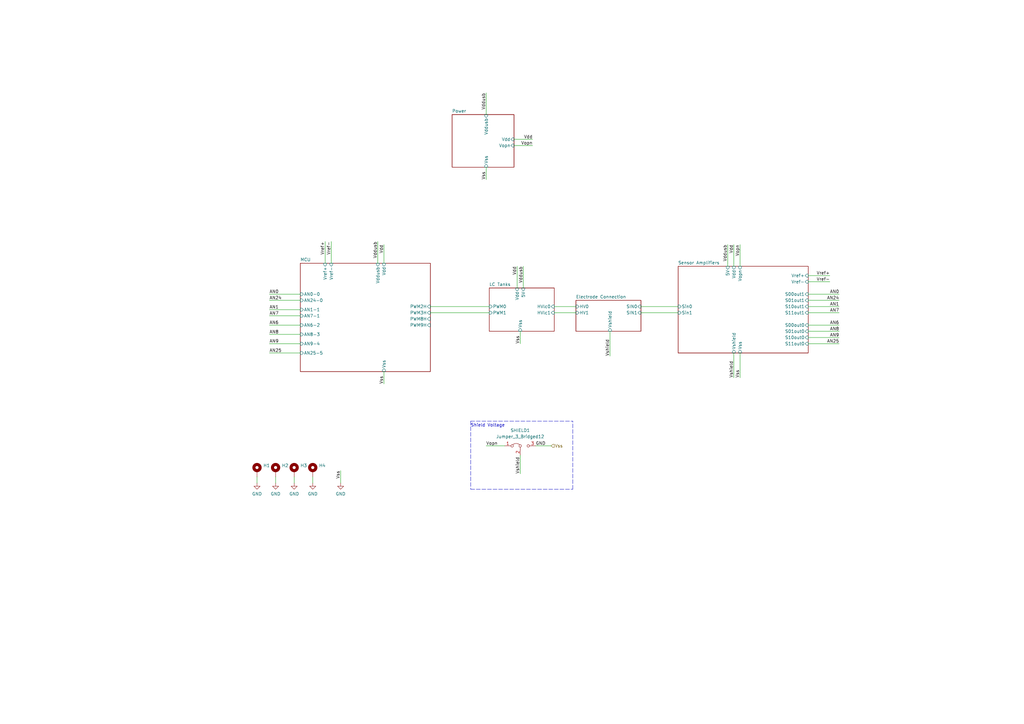
<source format=kicad_sch>
(kicad_sch (version 20211123) (generator eeschema)
  (paper "A3")
  (lib_symbols
    (symbol "Jumper:Jumper_3_Bridged12" (pin_names (offset 0) hide)
      (property "Reference" "JP" (at -2.54 -2.54 0))
      (property "Value" "Jumper_3_Bridged12" (at 0 2.794 0))
      (symbol "Jumper_3_Bridged12_0_0"
        (circle (center -3.302 0) (radius 0.508))
        (circle (center 0 0) (radius 0.508))
        (circle (center 3.302 0) (radius 0.508))
      )
      (symbol "Jumper_3_Bridged12_0_1"
        (arc (start -0.254 0.508) (mid -1.651 0.9912) (end -3.048 0.508))
        (polyline (pts (xy 0 -1.27) (xy 0 -0.508)))
      )
      (symbol "Jumper_3_Bridged12_1_1"
        (pin passive line (at -6.35 0 0) (length 2.54) (name "A") (number "1"))
        (pin passive line (at 0 -3.81 90) (length 2.54) (name "C") (number "2"))
        (pin passive line (at 6.35 0 180) (length 2.54) (name "B") (number "3"))
      )
    )
    (symbol "Mechanical:MountingHole_Pad" (pin_numbers hide) (pin_names (offset 1.016) hide)
      (property "Reference" "H" (at 0 6.35 0))
      (property "Value" "MountingHole_Pad" (at 0 4.445 0))
      (symbol "MountingHole_Pad_0_1"
        (circle (center 0 1.27) (radius 1.27) (stroke (width 1.27)))
      )
      (symbol "MountingHole_Pad_1_1"
        (pin input line (at 0 -2.54 90) (length 2.54) (name "1") (number "1"))
      )
    )
    (symbol "power:GND" (power) (pin_names (offset 0))
      (property "Value" "GND" (at 0 -3.81 0))
      (symbol "GND_0_1"
        (polyline (pts (xy 0 0) (xy 0 -1.27) (xy 1.27 -1.27) (xy 0 -2.54) (xy -1.27 -1.27) (xy 0 -1.27)))
      )
      (symbol "GND_1_1"
        (pin power_in line (at 0 0 270) (length 0) hide (name "GND") (number "1"))
      )
    )
  )
  (polyline (pts (xy 193.04 172.72) (xy 234.95 172.72)))
  (wire (pts (xy 139.7 198.12) (xy 139.7 193.04)))
  (wire (pts (xy 157.48 107.95) (xy 157.48 100.33)))
  (wire (pts (xy 250.19 135.89) (xy 250.19 146.05)))
  (wire (pts (xy 210.82 57.15) (xy 218.44 57.15)))
  (wire (pts (xy 110.49 137.16) (xy 123.19 137.16)))
  (wire (pts (xy 344.17 123.19) (xy 331.47 123.19)))
  (wire (pts (xy 262.89 128.27) (xy 278.13 128.27)))
  (wire (pts (xy 262.89 125.73) (xy 278.13 125.73)))
  (wire (pts (xy 344.17 120.65) (xy 331.47 120.65)))
  (wire (pts (xy 298.45 100.33) (xy 298.45 109.22)))
  (wire (pts (xy 344.17 133.35) (xy 331.47 133.35)))
  (wire (pts (xy 176.53 125.73) (xy 200.66 125.73)))
  (wire (pts (xy 113.03 198.12) (xy 113.03 195.58)))
  (polyline (pts (xy 234.95 200.66) (xy 234.95 172.72)))
  (wire (pts (xy 176.53 128.27) (xy 200.66 128.27)))
  (wire (pts (xy 344.17 128.27) (xy 331.47 128.27)))
  (wire (pts (xy 303.53 144.78) (xy 303.53 154.94)))
  (wire (pts (xy 344.17 138.43) (xy 331.47 138.43)))
  (wire (pts (xy 110.49 140.97) (xy 123.19 140.97)))
  (wire (pts (xy 212.09 109.22) (xy 212.09 118.11)))
  (wire (pts (xy 157.48 152.4) (xy 157.48 157.48)))
  (wire (pts (xy 227.33 128.27) (xy 236.22 128.27)))
  (wire (pts (xy 213.36 186.69) (xy 213.36 194.31)))
  (wire (pts (xy 210.82 59.69) (xy 218.44 59.69)))
  (wire (pts (xy 214.63 109.22) (xy 214.63 118.11)))
  (wire (pts (xy 213.36 135.89) (xy 213.36 140.97)))
  (wire (pts (xy 110.49 133.35) (xy 123.19 133.35)))
  (wire (pts (xy 110.49 127) (xy 123.19 127)))
  (wire (pts (xy 300.99 144.78) (xy 300.99 154.94)))
  (wire (pts (xy 105.41 198.12) (xy 105.41 195.58)))
  (wire (pts (xy 219.71 182.88) (xy 226.06 182.88)))
  (wire (pts (xy 110.49 144.78) (xy 123.19 144.78)))
  (wire (pts (xy 128.27 198.12) (xy 128.27 195.58)))
  (wire (pts (xy 300.99 100.33) (xy 300.99 109.22)))
  (wire (pts (xy 110.49 129.54) (xy 123.19 129.54)))
  (wire (pts (xy 110.49 123.19) (xy 123.19 123.19)))
  (wire (pts (xy 227.33 125.73) (xy 236.22 125.73)))
  (wire (pts (xy 199.39 68.58) (xy 199.39 73.66)))
  (polyline (pts (xy 193.04 172.72) (xy 193.04 200.66)))
  (polyline (pts (xy 193.04 200.66) (xy 234.95 200.66)))
  (wire (pts (xy 110.49 120.65) (xy 123.19 120.65)))
  (wire (pts (xy 340.36 115.57) (xy 331.47 115.57)))
  (wire (pts (xy 340.36 113.03) (xy 331.47 113.03)))
  (wire (pts (xy 120.65 198.12) (xy 120.65 195.58)))
  (wire (pts (xy 135.89 99.06) (xy 135.89 107.95)))
  (wire (pts (xy 207.01 182.88) (xy 199.39 182.88)))
  (wire (pts (xy 303.53 100.33) (xy 303.53 109.22)))
  (wire (pts (xy 133.35 99.06) (xy 133.35 107.95)))
  (wire (pts (xy 344.17 125.73) (xy 331.47 125.73)))
  (wire (pts (xy 199.39 38.1) (xy 199.39 46.99)))
  (wire (pts (xy 344.17 135.89) (xy 331.47 135.89)))
  (wire (pts (xy 344.17 140.97) (xy 331.47 140.97)))
  (wire (pts (xy 154.94 99.06) (xy 154.94 107.95)))
  (text "Shield Voltage" (at 193.04 175.26 0) (effects (font (size 1.27 1.27)) (justify left bottom)))
  (label "AN9" (at 344.17 138.43 180))
  (label "Vref-" (at 340.36 115.57 180))
  (label "AN0" (at 344.17 120.65 180))
  (label "GND" (at 219.71 182.88 0))
  (label "Vshield" (at 250.19 146.05 90))
  (label "Vss" (at 157.48 157.48 90))
  (label "AN24" (at 110.49 123.19 0))
  (label "Vddusb" (at 214.63 109.22 270))
  (label "Vddusb" (at 154.94 99.06 270))
  (label "Vdd" (at 157.48 100.33 270))
  (label "Vref+" (at 133.35 99.06 270))
  (label "AN7" (at 110.49 129.54 0))
  (label "Vdd" (at 300.99 100.33 270))
  (label "AN8" (at 344.17 135.89 180))
  (label "AN7" (at 344.17 128.27 180))
  (label "Vddusb" (at 298.45 100.33 270))
  (label "Vss" (at 139.7 193.04 270))
  (label "Vopn" (at 199.39 182.88 0))
  (label "AN9" (at 110.49 140.97 0))
  (label "Vopn" (at 218.44 59.69 180))
  (label "Vdd" (at 218.44 57.15 180))
  (label "AN6" (at 110.49 133.35 0))
  (label "AN1" (at 344.17 125.73 180))
  (label "AN1" (at 110.49 127 0))
  (label "Vref-" (at 135.89 99.06 270))
  (label "Vss" (at 199.39 73.66 90))
  (label "AN0" (at 110.49 120.65 0))
  (label "Vss" (at 213.36 140.97 90))
  (label "Vshield" (at 300.99 154.94 90))
  (label "Vopn" (at 303.53 100.33 270))
  (label "Vref+" (at 340.36 113.03 180))
  (label "Vss" (at 303.53 154.94 90))
  (label "AN8" (at 110.49 137.16 0))
  (label "Vdd" (at 212.09 109.22 270))
  (label "AN6" (at 344.17 133.35 180))
  (label "Vshield" (at 213.36 194.31 90))
  (label "AN25" (at 110.49 144.78 0))
  (label "Vddusb" (at 199.39 38.1 270))
  (label "AN24" (at 344.17 123.19 180))
  (label "AN25" (at 344.17 140.97 180))
  (hierarchical_label "Vss" (shape input) (at 226.06 182.88 0))
  (symbol (lib_id "power:GND") (at 120.65 198.12 0) (unit 1)
    (property "Reference" "#PWR03" (effects hide))
    (property "Value" "GND" (at 120.65 202.5634 0))
  )
  (symbol (lib_id "power:GND") (at 113.03 198.12 0) (unit 1)
    (property "Reference" "#PWR02" (effects hide))
    (property "Value" "GND" (at 113.03 202.5634 0))
  )
  (symbol (lib_id "Mechanical:MountingHole_Pad") (at 120.65 193.04 0) (unit 1)
    (property "Reference" "H3" (at 123.19 190.9353 0) (effects (justify left)))
    (property "Value" "MountingHole_Pad" (effects hide))
    (property "Footprint" "MountingHole:MountingHole_3.2mm_M3_DIN965_Pad_TopBottom" (effects hide))
  )
  (symbol (lib_id "power:GND") (at 139.7 198.12 0) (unit 1)
    (property "Reference" "#PWR05" (effects hide))
    (property "Value" "GND" (at 139.7 202.5634 0))
  )
  (symbol (lib_id "Mechanical:MountingHole_Pad") (at 128.27 193.04 0) (unit 1)
    (property "Reference" "H4" (at 130.81 190.9353 0) (effects (justify left)))
    (property "Value" "MountingHole_Pad" (effects hide))
    (property "Footprint" "MountingHole:MountingHole_3.2mm_M3_DIN965_Pad_TopBottom" (effects hide))
  )
  (symbol (lib_id "power:GND") (at 128.27 198.12 0) (unit 1)
    (property "Reference" "#PWR04" (effects hide))
    (property "Value" "GND" (at 128.27 202.5634 0))
  )
  (symbol (lib_id "Mechanical:MountingHole_Pad") (at 105.41 193.04 0) (unit 1)
    (property "Reference" "H1" (at 107.95 190.9353 0) (effects (justify left)))
    (property "Value" "MountingHole_Pad" (effects hide))
    (property "Footprint" "MountingHole:MountingHole_3.2mm_M3_DIN965_Pad_TopBottom" (effects hide))
  )
  (symbol (lib_id "Mechanical:MountingHole_Pad") (at 113.03 193.04 0) (unit 1)
    (property "Reference" "H2" (at 115.57 190.9353 0) (effects (justify left)))
    (property "Value" "MountingHole_Pad" (effects hide))
    (property "Footprint" "MountingHole:MountingHole_3.2mm_M3_DIN965_Pad_TopBottom" (effects hide))
  )
  (symbol (lib_id "Jumper:Jumper_3_Bridged12") (at 213.36 182.88 0) (unit 1)
    (property "Reference" "SHIELD1" (at 213.36 176.5331 0))
    (property "Value" "Jumper_3_Bridged12" (at 213.36 179.07 0))
    (property "Footprint" "Connector_PinHeader_2.54mm:PinHeader_1x03_P2.54mm_Vertical" (effects hide))
  )
  (symbol (lib_id "power:GND") (at 105.41 198.12 0) (unit 1)
    (property "Reference" "#PWR01" (effects hide))
    (property "Value" "GND" (at 105.41 202.5634 0))
  )
  (sheet (at 278.13 109.22) (size 53.34 35.56) (stroke (width 0.1524))
    (property "Sheet name" "Sensor Amplifiers" (at 278.13 108.5084 0) (effects (justify left bottom)))
    (property "Sheet file" "schematics/sensor_amplifiers.kicad_sch" (effects hide))
    (pin "5V" input (at 298.45 109.22 90))
    (pin "Vdd" input (at 300.99 109.22 90))
    (pin "Vopn" input (at 303.53 109.22 90))
    (pin "Vshield" input (at 300.99 144.78 270))
    (pin "Vss" input (at 303.53 144.78 270))
    (pin "Sin1" input (at 278.13 128.27 180))
    (pin "S00out1" input (at 331.47 120.65 0))
    (pin "S11out1" input (at 331.47 128.27 0))
    (pin "S01out1" input (at 331.47 123.19 0))
    (pin "S10out1" input (at 331.47 125.73 0))
    (pin "S00out0" input (at 331.47 133.35 0))
    (pin "S01out0" input (at 331.47 135.89 0))
    (pin "S10out0" input (at 331.47 138.43 0))
    (pin "S11out0" input (at 331.47 140.97 0))
    (pin "Sin0" input (at 278.13 125.73 180))
    (pin "Vref+" input (at 331.47 113.03 0))
    (pin "Vref-" input (at 331.47 115.57 0))
  )
  (sheet (at 236.22 123.19) (size 26.67 12.7) (stroke (width 0.1524))
    (property "Sheet name" "Electrode Connection" (at 236.22 122.4784 0) (effects (justify left bottom)))
    (property "Sheet file" "schematics/electrode_connection.kicad_sch" (effects hide))
    (pin "HV0" input (at 236.22 125.73 180))
    (pin "HV1" input (at 236.22 128.27 180))
    (pin "Vshield" input (at 250.19 135.89 270))
    (pin "SIN1" input (at 262.89 128.27 0))
    (pin "SIN0" input (at 262.89 125.73 0))
  )
  (sheet (at 123.19 107.95) (size 53.34 44.45) (stroke (width 0.1524))
    (property "Sheet name" "MCU" (at 123.19 107.2384 0) (effects (justify left bottom)))
    (property "Sheet file" "schematics/mcu.kicad_sch" (effects hide))
    (pin "Vdd" input (at 157.48 107.95 90))
    (pin "Vss" input (at 157.48 152.4 270))
    (pin "Vddusb" input (at 154.94 107.95 90))
    (pin "PWM2H" input (at 176.53 125.73 0))
    (pin "PWM8H" input (at 176.53 130.81 0))
    (pin "PWM3H" input (at 176.53 128.27 0))
    (pin "PWM9H" input (at 176.53 133.35 0))
    (pin "AN25-5" input (at 123.19 144.78 180))
    (pin "AN24-0" input (at 123.19 123.19 180))
    (pin "AN6-2" input (at 123.19 133.35 180))
    (pin "AN1-1" input (at 123.19 127 180))
    (pin "AN7-1" input (at 123.19 129.54 180))
    (pin "AN0-0" input (at 123.19 120.65 180))
    (pin "AN9-4" input (at 123.19 140.97 180))
    (pin "Vref-" input (at 135.89 107.95 90))
    (pin "Vref+" input (at 133.35 107.95 90))
    (pin "AN8-3" input (at 123.19 137.16 180))
  )
  (sheet (at 200.66 118.11) (size 26.67 17.78) (stroke (width 0.1524))
    (property "Sheet name" "LC Tanks" (at 200.66 117.3984 0) (effects (justify left bottom)))
    (property "Sheet file" "schematics/lc_tanks.kicad_sch" (effects hide))
    (pin "Vdd" input (at 212.09 118.11 90))
    (pin "PWM1" input (at 200.66 128.27 180))
    (pin "Vss" input (at 213.36 135.89 270))
    (pin "5V" input (at 214.63 118.11 90))
    (pin "PWM0" input (at 200.66 125.73 180))
    (pin "HVlc0" input (at 227.33 125.73 0))
    (pin "HVlc1" input (at 227.33 128.27 0))
  )
  (sheet (at 185.42 46.99) (size 25.4 21.59) (stroke (width 0.1524))
    (property "Sheet name" "Power" (at 185.42 46.2784 0) (effects (justify left bottom)))
    (property "Sheet file" "schematics/power.kicad_sch" (effects hide))
    (pin "Vddusb" input (at 199.39 46.99 90))
    (pin "Vss" input (at 199.39 68.58 270))
    (pin "Vopn" input (at 210.82 59.69 0))
    (pin "Vdd" input (at 210.82 57.15 0))
  )
)
</source>
